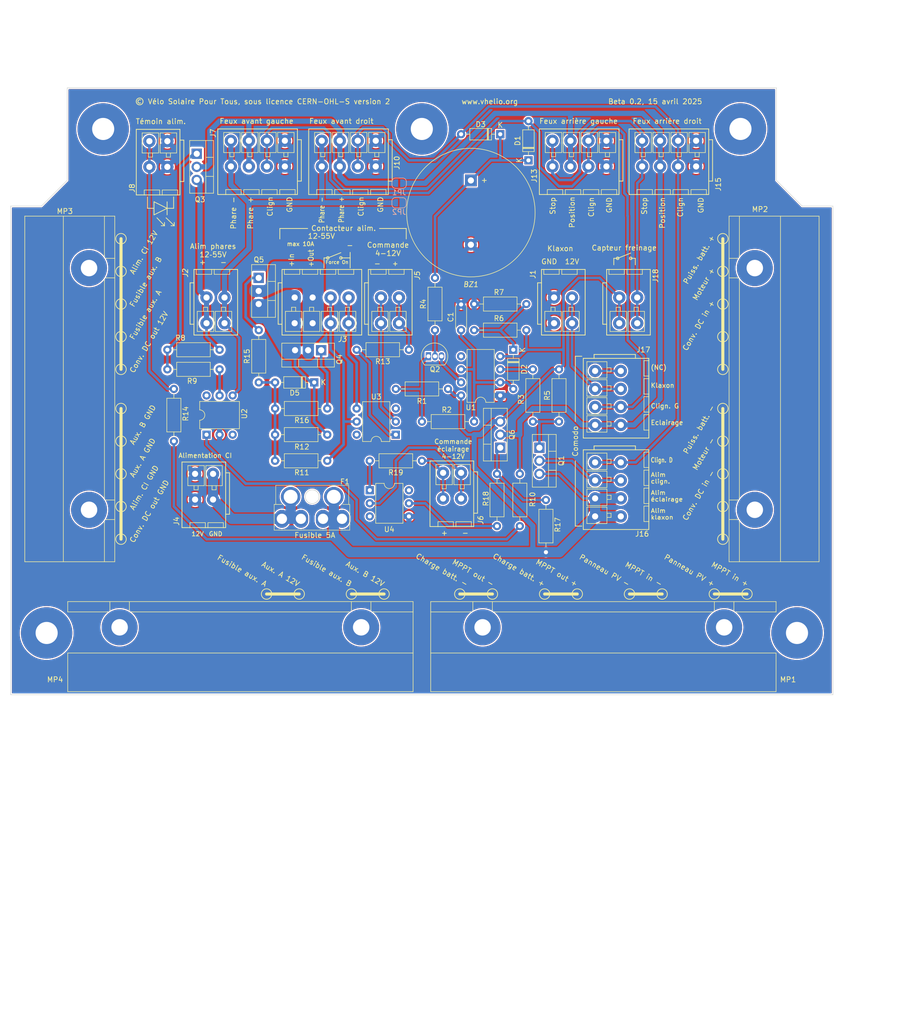
<source format=kicad_pcb>
(kicad_pcb (version 20211014) (generator pcbnew)

  (general
    (thickness 1.6)
  )

  (paper "A4")
  (layers
    (0 "F.Cu" signal)
    (31 "B.Cu" signal)
    (32 "B.Adhes" user "B.Adhesive")
    (33 "F.Adhes" user "F.Adhesive")
    (34 "B.Paste" user)
    (35 "F.Paste" user)
    (36 "B.SilkS" user "B.Silkscreen")
    (37 "F.SilkS" user "F.Silkscreen")
    (38 "B.Mask" user)
    (39 "F.Mask" user)
    (40 "Dwgs.User" user "User.Drawings")
    (41 "Cmts.User" user "User.Comments")
    (42 "Eco1.User" user "User.Eco1")
    (43 "Eco2.User" user "User.Eco2")
    (44 "Edge.Cuts" user)
    (45 "Margin" user)
    (46 "B.CrtYd" user "B.Courtyard")
    (47 "F.CrtYd" user "F.Courtyard")
    (48 "B.Fab" user)
    (49 "F.Fab" user)
    (50 "User.1" user)
    (51 "User.2" user)
    (52 "User.3" user)
    (53 "User.4" user)
    (54 "User.5" user)
    (55 "User.6" user)
    (56 "User.7" user)
    (57 "User.8" user)
    (58 "User.9" user)
  )

  (setup
    (stackup
      (layer "F.SilkS" (type "Top Silk Screen"))
      (layer "F.Paste" (type "Top Solder Paste"))
      (layer "F.Mask" (type "Top Solder Mask") (thickness 0.01))
      (layer "F.Cu" (type "copper") (thickness 0.035))
      (layer "dielectric 1" (type "core") (thickness 1.51) (material "FR4") (epsilon_r 4.5) (loss_tangent 0.02))
      (layer "B.Cu" (type "copper") (thickness 0.035))
      (layer "B.Mask" (type "Bottom Solder Mask") (thickness 0.01))
      (layer "B.Paste" (type "Bottom Solder Paste"))
      (layer "B.SilkS" (type "Bottom Silk Screen"))
      (copper_finish "None")
      (dielectric_constraints no)
    )
    (pad_to_mask_clearance 0)
    (pcbplotparams
      (layerselection 0x00010e0_ffffffff)
      (disableapertmacros false)
      (usegerberextensions false)
      (usegerberattributes true)
      (usegerberadvancedattributes true)
      (creategerberjobfile true)
      (svguseinch false)
      (svgprecision 6)
      (excludeedgelayer true)
      (plotframeref false)
      (viasonmask false)
      (mode 1)
      (useauxorigin false)
      (hpglpennumber 1)
      (hpglpenspeed 20)
      (hpglpendiameter 15.000000)
      (dxfpolygonmode true)
      (dxfimperialunits true)
      (dxfusepcbnewfont true)
      (psnegative false)
      (psa4output false)
      (plotreference true)
      (plotvalue true)
      (plotinvisibletext false)
      (sketchpadsonfab false)
      (subtractmaskfromsilk false)
      (outputformat 1)
      (mirror false)
      (drillshape 0)
      (scaleselection 1)
      (outputdirectory "")
    )
  )

  (net 0 "")
  (net 1 "GND")
  (net 2 "Net-(F1-Pad2)")
  (net 3 "Net-(D1-Pad2)")
  (net 4 "Net-(D3-Pad2)")
  (net 5 "/Phares")
  (net 6 "Net-(J13-Pad4)")
  (net 7 "Net-(J1-Pad2)")
  (net 8 "/Flasher/Out")
  (net 9 "unconnected-(J17-Pad1)")
  (net 10 "/12V_5A")
  (net 11 "/Flasher/Enable")
  (net 12 "/Contacteur Phares/Input")
  (net 13 "/Contacteur Phares/GND")
  (net 14 "/Contacteur Phares/Output")
  (net 15 "Net-(D4-Pad2)")
  (net 16 "/Conv12V_In.Vbatt")
  (net 17 "/Contacteur alim./Input")
  (net 18 "/Contacteur alim./SW_On")
  (net 19 "/Contacteur alim./GND")
  (net 20 "/Contacteur alim./Cmd_GND")
  (net 21 "/Contacteur alim./Cmd_On")
  (net 22 "/Contacteur Eclairage/Cmd_On")
  (net 23 "/Contacteur Eclairage/Cmd_GND")
  (net 24 "Net-(Q4-Pad1)")
  (net 25 "Net-(Q5-Pad1)")
  (net 26 "Net-(C1-Pad1)")
  (net 27 "Net-(D2-Pad1)")
  (net 28 "Net-(D5-Pad2)")
  (net 29 "Net-(Q1-Pad1)")
  (net 30 "Net-(Q2-Pad1)")
  (net 31 "Net-(Q2-Pad2)")
  (net 32 "Net-(Q2-Pad3)")
  (net 33 "Net-(Q3-Pad1)")
  (net 34 "Net-(Q6-Pad1)")
  (net 35 "Net-(R3-Pad1)")
  (net 36 "Net-(R9-Pad2)")
  (net 37 "Net-(R10-Pad1)")
  (net 38 "Net-(R13-Pad1)")
  (net 39 "Net-(R18-Pad2)")
  (net 40 "Net-(R19-Pad1)")
  (net 41 "unconnected-(U1-Pad5)")
  (net 42 "unconnected-(U2-Pad3)")
  (net 43 "unconnected-(U2-Pad6)")
  (net 44 "unconnected-(U3-Pad3)")
  (net 45 "unconnected-(U3-Pad6)")
  (net 46 "unconnected-(U4-Pad3)")
  (net 47 "unconnected-(U4-Pad6)")

  (footprint "circuit:Wago_221-500_SplicingConnectorHolder" (layer "F.Cu") (at 95.25 82.55 90))

  (footprint "circuit:MountingHole_5mm" (layer "F.Cu") (at 87 130))

  (footprint "Resistor_THT:R_Axial_DIN0207_L6.3mm_D2.5mm_P10.16mm_Horizontal" (layer "F.Cu") (at 147.32 74.93))

  (footprint "circuit:Buzzer_25x16_12.5" (layer "F.Cu") (at 169.545 42.01 -90))

  (footprint "Resistor_THT:R_Axial_DIN0207_L6.3mm_D2.5mm_P10.16mm_Horizontal" (layer "F.Cu") (at 174.625 99.06 -90))

  (footprint "Resistor_THT:R_Axial_DIN0207_L6.3mm_D2.5mm_P10.16mm_Horizontal" (layer "F.Cu") (at 180.34 71.12 180))

  (footprint "circuit:TO-220-3_Vertical" (layer "F.Cu") (at 140.415001 75.02 180))

  (footprint "circuit:Generic_FuseHolder_MINI" (layer "F.Cu") (at 144.475 107.805 180))

  (footprint "Resistor_THT:R_Axial_DIN0207_L6.3mm_D2.5mm_P10.16mm_Horizontal" (layer "F.Cu") (at 165.1 82.55 180))

  (footprint "Package_DIP:DIP-8_W7.62mm" (layer "F.Cu") (at 175.26 83.82 180))

  (footprint "circuit:TerminalBlock_Wago_2601-3102_1x02_P3.50mm_Vertical" (layer "F.Cu") (at 119.38 104.06 180))

  (footprint "Resistor_THT:R_Axial_DIN0207_L6.3mm_D2.5mm_P10.16mm_Horizontal" (layer "F.Cu") (at 160.02 88.9))

  (footprint "Resistor_THT:R_Axial_DIN0207_L6.3mm_D2.5mm_P10.16mm_Horizontal" (layer "F.Cu") (at 179.07 109.22 90))

  (footprint "circuit:MountingHole_5mm" (layer "F.Cu") (at 98 32))

  (footprint "circuit:TerminalBlock_Wago_2601-3104_1x04_P3.50mm_Vertical" (layer "F.Cu") (at 195.920004 39.29 180))

  (footprint "circuit:TO-220-3_Vertical" (layer "F.Cu") (at 182.88 93.98 -90))

  (footprint "Resistor_THT:R_Axial_DIN0207_L6.3mm_D2.5mm_P10.16mm_Horizontal" (layer "F.Cu") (at 110.49 78.74))

  (footprint "Diode_THT:D_DO-35_SOD27_P7.62mm_Horizontal" (layer "F.Cu") (at 139.065 81.28 180))

  (footprint "circuit:TerminalBlock_Wago_2601-3104_1x04_P3.50mm_Vertical" (layer "F.Cu") (at 213.370004 39.29 180))

  (footprint "circuit:TO-92L_Inline" (layer "F.Cu") (at 161.29 76.2))

  (footprint "circuit:MountingHole_5mm" (layer "F.Cu") (at 222 32))

  (footprint "Resistor_THT:R_Axial_DIN0207_L6.3mm_D2.5mm_P10.16mm_Horizontal" (layer "F.Cu") (at 131.445 86.36))

  (footprint "circuit:TerminalBlock_Wago_2601-3104_1x04_P3.50mm_Vertical" (layer "F.Cu") (at 133.35 39.29 180))

  (footprint "Diode_THT:D_DO-35_SOD27_P7.62mm_Horizontal" (layer "F.Cu") (at 175.26 33.02 180))

  (footprint "Resistor_THT:R_Axial_DIN0207_L6.3mm_D2.5mm_P10.16mm_Horizontal" (layer "F.Cu") (at 111.76 82.55 -90))

  (footprint "Diode_THT:D_DO-35_SOD27_P7.62mm_Horizontal" (layer "F.Cu") (at 177.8 74.93 -90))

  (footprint "Resistor_THT:R_Axial_DIN0207_L6.3mm_D2.5mm_P10.16mm_Horizontal" (layer "F.Cu") (at 181.61 78.74 -90))

  (footprint "Capacitor_THT:C_Disc_D4.3mm_W1.9mm_P5.00mm" (layer "F.Cu") (at 167.64 71.12 90))

  (footprint "Resistor_THT:R_Axial_DIN0207_L6.3mm_D2.5mm_P10.16mm_Horizontal" (layer "F.Cu") (at 162.56 71.12 90))

  (footprint "circuit:TerminalBlock_Wago_2601-3102_1x02_P3.50mm_Vertical" (layer "F.Cu") (at 152.055 64.77))

  (footprint "Diode_THT:D_DO-35_SOD27_P7.62mm_Horizontal" (layer "F.Cu") (at 180.75 38.1 90))

  (footprint "circuit:TerminalBlock_Wago_2601-3104_1x04_P3.50mm_Vertical" (layer "F.Cu") (at 198.7161 96.829996 -90))

  (footprint "circuit:TO-220-3_Vertical" (layer "F.Cu") (at 116.205 36.83 -90))

  (footprint "circuit:TerminalBlock_Wago_2601-3104_1x04_P3.50mm_Vertical" (layer "F.Cu") (at 135.255 64.77))

  (footprint "circuit:Wago_221-500_SplicingConnectorHolder" (layer "F.Cu") (at 224.79 82.55 -90))

  (footprint "Package_DIP:DIP-6_W7.62mm" (layer "F.Cu") (at 154.94 91.44 180))

  (footprint "circuit:MountingHole_5mm" (layer "F.Cu") (at 160 32))

  (footprint "circuit:TerminalBlock_Wago_2601-3102_1x02_P3.50mm_Vertical" (layer "F.Cu")
    (tedit 67E5B582) (tstamp ad280681-52bf-4c8b-ac2c-9709ca177a8f)
    (at 110.49 39.37 180)
    (tags "Wago 2601-3102")
    (property "Sheetfile" "circuit.kicad_sch")
    (property "Sheetname" "")
    (path "/6e9cd9b5-2cb7-48b8-855f-32619e72c0d6")
    (attr through_hole)
    (fp_text reference "J8" (at 6.858 -5.08 90 unlocked) (layer "F.SilkS")
      (effects (font (size 1 1) (thickness 0.15)) (justify left))
      (tstamp 01e6719e-9dcc-49b4-83bd-29865c70ede1)
    )
    (fp_text value "Conn_Indicateur_Alim" (at 6.35 12.7 180 unlocked) (layer "F.Fab")
      (effects (font (size 1 1) (thickness 0.15)))
      (tstamp 226ba779-52a5-430e-8724-687eedb9994a)
    )
    (fp_text user "${REFERENCE}" (at -2.54 8.89 180 unlocked) (layer "F.Fab")
      (effects (font (size 1 1) (thickness 0.15)) (justify left))
      (tstamp 66b292fe-b076-4a06-a7c0-1ada692a3a1c)
    )
    (fp_line (start 0.200004 2.7) (end 0.200004 1.9) (layer "F.SilkS") (width 0.12) (tstamp 055344df-a143-4136-b771-d336538fb7af))
    (fp_line (start 6.050002 -5.449999) (end 6.050002 7.300001) (layer "F.SilkS") (width 0.1524) (tstamp 0bf7f6d2-f9ad-418f-a859-2bdac7c5ae6a))
    (fp_line (start 1.000004 -4.5) (end -1.999996 -4.5) (layer "F.SilkS") (width 0.12) (tstamp 172a5f2e-4b05-4695-a29c-fa4177c4b3cb))
    (fp_line (start -1.799996 2.7) (end 1.400004 2.7) (layer "F.SilkS") (width 0.12) (tstamp 2bda51c6-7fa4-46ce-ae16-9432d8e95181))
    (fp_line (start -2.449999 -5.449999) (end 6.050002 -5.449999) (layer "F.SilkS") (width 0.1524) (tstamp 2fe5d3e2-bddb-4587-bded-427cfce568b9))
    (fp_line (start -2.449998 -2.849999) (end -3.199999 -2.849999) (layer "F.SilkS") (width 0.1524) (tstamp 37130413-1809-47b9-8303-cea1ae047af6))
    (fp_line (start 1.400004 6.6) (end -1.799996 6.6) (layer "F.SilkS") (width 0.12) (tstamp 3e95dbad-cf0c-49ac-9feb-4e066d548718))
    (fp_line (start 1.500004 -4.5) (end 1.500004 -5.5) (layer "F.SilkS") (width 0.12) (tstamp 447f988c-93f8-4098-90d3-450e5b33e37e))
    (fp_line (start -2.449998 5.2) (end -3.199999 5.2) (layer "F.SilkS") (width 0.1524) (tstamp 480dd182-3993-417f-8df5-e200a1f80d68))
    (fp_line (start 1.700004 2.7) (end 4.900004 2.7) (layer "F.SilkS") (width 0.12) (tstamp 51a339e0-742b-4f55-ac2a-68cbce2af206))
    (fp_line (start 4.500004 -4.5) (end 1.500004 -4.5) (layer "F.SilkS") (width 0.12) (tstamp 5cc9ce62-9d95-47ab-92a1-556a194f8c63))
    (fp_line (start 4.900004 6.6) (end 1.700004 6.6) (layer "F.SilkS") (width 0.12) (tstamp 6b8e3659-a647-4450-8987-9cf793c52fd5))
    (fp_line (start -2.449999 7.300001) (end -2.449999 -5.449999) (layer "F.SilkS") (width 0.1524) (tstamp 6f53efb7-db48-45d9-80c1-507b9960ad08))
    (fp_line (start 3.700004 1.9) (end 2.900004 1.9) (layer "F.SilkS") (width 0.12) (tstamp 84bb1473-531d-4720-ba3b-1fc557b46054))
    (fp_line (start 4.900004 2.7) (end 4.900004 6.6) (layer "F.SilkS") (width 0.12) (tstamp 874081a4-b3f7-4615-9506-53da689e2116))
    (fp_line (start -1.999996 -4.5) (end -1.999996 -5.5) (layer "F.SilkS") (width 0.12) (tstamp 890b243b-b04d-4f29-ab51-41f7ecadcda7))
    (fp_line (start 1.400004 2.7) (end 1.400004 6.6) (layer "F.SilkS") (width 0.12) (tstamp 9a0efaaf-2136-4026-b3c2-edfb6e83a75f))
    (fp_line (start 1.000004 -5.5) (end 1.000004 -4.5) (layer "F.SilkS") (width 0.12) (tstamp aa41a8c3-0e56-44b4-a82b-0213f5a70b0a))
    (fp_line (start 3.700004 2.7) (end 3.700004 1.9) (layer "F.SilkS") (width 0.12) (tstamp c0508555-6424-4fad-9226-ea42a1633de9))
    (fp_line (start 2.900004 1.9) (end 2.900004 2.7) (layer "F.SilkS") (width 0.12) (tstamp c37f20c4-30c5-4386-b6e8-dfff5caa39b4))
    (fp_line (start 4.500004 -5.5) (end 4.500004 -4.5) (layer "F.SilkS") (width 0.12) (tstamp c3a8f970-2a4a-4a9c-b215-e4de5eebaf7d))
    (fp_line (start -1.799996 6.6) (end -1.799996 2.7) (layer "F.SilkS") (width 0.12) (tstamp cf2c6647-6755-4742-aaa1-c5903da09b5e))
    (fp_line (start -2.449999 7.300001) (end 6.050002 7.300001) (layer "F.SilkS") (width 0.1524) (tstamp d52c2de8-ba2b-4089-b214-05a4b7a1c4e9))
    (fp_line (start -3.199999 5.2) (end -3.199999 -2.849999) (layer "F.SilkS") (width 0.1524) (tstamp e7635299-8a9a-43d3-8b3b-95319ccda23b))
    (fp_line (start 0.200004 1.9) (end -0.599996 1.9) (layer "F.SilkS") (width 0.12) (tstamp eaa75a45-f2f9-4305-98ea-dd8a5d8f3404))
    (fp_line (start -0.599996 1.9) (end -0.599996 2.7) (layer "F.SilkS") (width 0.12) (tstamp f1ea6538-b56f-40f6-b846-910db16dc20a))
    (fp_line (start 1.700004 6.6) (end 1.700004 2.7) (layer "F.SilkS") (width 0.12) (tstamp fbb1d5ec-8996-4f56-8e52-da703f4d2e64))
    (fp_line (start -3.453998 7.554001) (end 6.304002 7.554001) (layer "F.CrtYd") (width 0.1524) (tstamp 036dd9cc-d33e-4cbc-95b3-3504fede4aec))
    (fp_line (start 6.304002 7.554001) (end 6.304002 -5.703999) (layer "F.CrtYd") (width 0.1524) (tstamp 2be1ad9c-f5ad-4393-8d1b-255265215f24))
    (fp_line (start 6.304002 -5.703999) (end -3.453998 -5.703999) (layer "F.CrtYd") (width 0.1524) (tstamp 46255798-4fe0-48db-95bb-e8657595928f))
    (fp_line (start -3.453998 -5.703999) (end -3.453998 7.554001) (layer "F.CrtYd") (width 0.1524) (tstamp fad1fd43-7d33-4667-863c-8ca08b2707f7))
    (fp_line (start 1.000004 -13.5) (end -1.999996 -13.5) (layer "F.Fab") (width 0.1) (tstamp 084b8c5d-9271-4ac8-85c9-4061ca2c5241))
    (fp_line (start -1.999996 -13.5) (end -1.999996 -5.5) (layer "F.Fab") (width 0.1) (tstamp 1e9e3dc3-60cb-4dbd-9950-5015d3a5554c))
    (fp_line (start -2.449999 -5.449999) (end 6.05 -5.45) (layer "F.Fab") (width 0.0254) (tstamp 20e0f39f-a516-4513-b954-687df20c7938))
    (fp_line (start 1.500004 -5.5) (end 4.500004 -5.5) (layer "F.Fab") (width 0.1) (tstamp 281e3047-1dee-4c1f-abcc-3ec78c07b9d2))
    (fp_line (start -2.449998 -2.849999) (end -3.199999 -2.849999) (layer "F.Fab") (width 0.0254) (tstamp 2838e18b-615f-4dc1-a560-afebf8a14ac0))
    (fp_line (start 1.500004 -13.5) (end 1.500004 -5.5) (layer "F.Fab") (width 0.1) (tstamp 375a73bc-0e9f-4b07-be05-baa0ea4834df))
    (fp_line (start -2.449999 7.300001) (end 6.05 7.3) (layer "F.Fab") (width 0.0254) (tstamp 47e7736f-c1e0-4e8f-9d69-5a42b72ff067))
    (fp_line (start 4.500004 -13.5) (end 1.500004 -13.5) (layer "F.Fab") (width 0.1) (tstamp 862dc70f-7dc2-4117-aa37-5ef6063c3df4))
    (fp_line (start -1.999996 -5.5) (end 1.000004 -5.5) (layer "F.Fab") (width 0.1) (tstamp a264b89d-0a12-4e75-9c30-5e3d238c19e2))
    (fp_line (start 4.500004 -5.5) (end 4.500004 -13.5) (layer "F.Fab") (width 0.1) (tstamp a57a00d3-d2f9-406e-8339-5cc2aa251b6a))
    (fp_line (start -3.199999 5.2) (end -3.199999 -2.849999) (layer "F.Fab") (width 0.0254) (tstamp c25e5526-d36c-4326-a80b-e065b988306c))
    (fp_line (start 6.05 -5.45) (end 6.05 7.3) (layer "F.Fab") (width 0.0254) (tstamp d70b3483-f6ee-4d0e-af72-efbabafa5502))
    (fp_line (start 1.000004 -5.5) (end 1.000004 -13.5) (layer "F.Fab") (width 0.1) (tstamp db13f834-9398-4491-8f81-d656a6ff9ec3))
    (fp_line (start -2.449998 5.2) (end -3.199999 5.2) (layer "F.Fab") (width 0.0254) (tstamp dca10a6c-b513-45f6-bfa6-c3d42471561a))
    (fp_line (start -2.449999 7.300001) (end -2.449999 -5.449999) (layer "F.Fab") (width 0.0254) (tstamp eb190e03-2594-4691-9d6e-1bfdf1facede))
    (pad "1" thru_hole circle (at 0 5 180) (size 2.4 2.4) (drill 1.2) (layers *.Cu *.Mask)
      (net 1 "GND") (pinfunction "-") (pintype "power_in") (tstamp 10bcd881-4b05-4ea6-bdb8-d4bc42a44033))
    (pad "1" thru_hole circle (at 0 0 180) (size 2.4 2.4) (drill 1.2) (layers *.Cu *.Mask)
      (net 1 "GND") (pinfunction "-") (pintype "power_in") (tstamp 52477310-b288-4772-903b-6aa290fc40f8))
    (pad "2" thru_hole circle (at 3.500003 0 180) (size 2.4 2.4) (drill 1.2) (layers *.Cu *.Mask)
      (net 15 "Net-(D4-Pad2)") (pinfunction "+") (pintype "passive") (tstamp 51b7dce
... [1638609 chars truncated]
</source>
